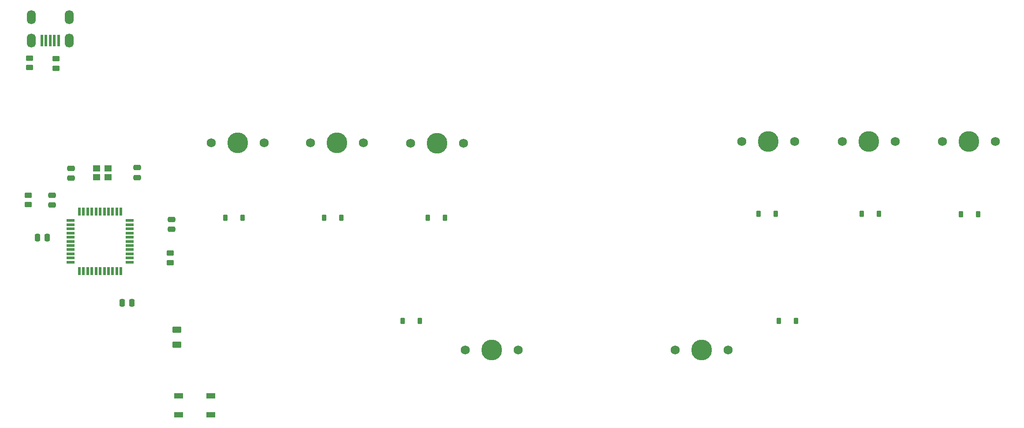
<source format=gts>
%TF.GenerationSoftware,KiCad,Pcbnew,7.0.2*%
%TF.CreationDate,2023-05-03T01:09:28+02:00*%
%TF.ProjectId,PCB GUIDANCE,50434220-4755-4494-9441-4e43452e6b69,rev?*%
%TF.SameCoordinates,Original*%
%TF.FileFunction,Soldermask,Top*%
%TF.FilePolarity,Negative*%
%FSLAX45Y45*%
G04 Gerber Fmt 4.5, Leading zero omitted, Abs format (unit mm)*
G04 Created by KiCad (PCBNEW 7.0.2) date 2023-05-03 01:09:28*
%MOMM*%
%LPD*%
G01*
G04 APERTURE LIST*
G04 Aperture macros list*
%AMRoundRect*
0 Rectangle with rounded corners*
0 $1 Rounding radius*
0 $2 $3 $4 $5 $6 $7 $8 $9 X,Y pos of 4 corners*
0 Add a 4 corners polygon primitive as box body*
4,1,4,$2,$3,$4,$5,$6,$7,$8,$9,$2,$3,0*
0 Add four circle primitives for the rounded corners*
1,1,$1+$1,$2,$3*
1,1,$1+$1,$4,$5*
1,1,$1+$1,$6,$7*
1,1,$1+$1,$8,$9*
0 Add four rect primitives between the rounded corners*
20,1,$1+$1,$2,$3,$4,$5,0*
20,1,$1+$1,$4,$5,$6,$7,0*
20,1,$1+$1,$6,$7,$8,$9,0*
20,1,$1+$1,$8,$9,$2,$3,0*%
G04 Aperture macros list end*
%ADD10RoundRect,0.225000X0.225000X0.375000X-0.225000X0.375000X-0.225000X-0.375000X0.225000X-0.375000X0*%
%ADD11R,1.800000X1.100000*%
%ADD12C,1.750000*%
%ADD13C,3.987800*%
%ADD14RoundRect,0.250000X0.450000X-0.262500X0.450000X0.262500X-0.450000X0.262500X-0.450000X-0.262500X0*%
%ADD15RoundRect,0.225000X-0.225000X-0.375000X0.225000X-0.375000X0.225000X0.375000X-0.225000X0.375000X0*%
%ADD16RoundRect,0.250000X0.625000X-0.375000X0.625000X0.375000X-0.625000X0.375000X-0.625000X-0.375000X0*%
%ADD17R,0.500000X2.250000*%
%ADD18O,1.700000X2.700000*%
%ADD19RoundRect,0.250000X-0.475000X0.250000X-0.475000X-0.250000X0.475000X-0.250000X0.475000X0.250000X0*%
%ADD20RoundRect,0.250000X-0.250000X-0.475000X0.250000X-0.475000X0.250000X0.475000X-0.250000X0.475000X0*%
%ADD21R,1.500000X0.550000*%
%ADD22R,0.550000X1.500000*%
%ADD23R,1.400000X1.200000*%
%ADD24RoundRect,0.250000X0.475000X-0.250000X0.475000X0.250000X-0.475000X0.250000X-0.475000X-0.250000X0*%
G04 APERTURE END LIST*
D10*
%TO.C,D1*%
X9562900Y-10353675D03*
X9232900Y-10353675D03*
%TD*%
D11*
%TO.C,SW1*%
X8332350Y-13772300D03*
X8952350Y-14142300D03*
X8332350Y-14142300D03*
X8952350Y-13772300D03*
%TD*%
D12*
%TO.C,MX4*%
X19145250Y-8893175D03*
D13*
X19653250Y-8893175D03*
D12*
X20161250Y-8893175D03*
%TD*%
D14*
%TO.C,R4*%
X5441950Y-10101200D03*
X5441950Y-9918700D03*
%TD*%
D15*
%TO.C,D5*%
X21450400Y-10274300D03*
X21780400Y-10274300D03*
%TD*%
D16*
%TO.C,F1*%
X8299450Y-12789200D03*
X8299450Y-12509200D03*
%TD*%
D12*
%TO.C,MX2*%
X10868025Y-8918675D03*
D13*
X11376025Y-8918675D03*
D12*
X11884025Y-8918675D03*
%TD*%
D17*
%TO.C,USB1*%
X5707400Y-6952400D03*
X5787400Y-6952400D03*
X5867400Y-6952400D03*
X5947400Y-6952400D03*
X6027400Y-6952400D03*
D18*
X6232400Y-6502400D03*
X5502400Y-6502400D03*
X6232400Y-6952400D03*
X5502400Y-6952400D03*
%TD*%
D12*
%TO.C,MX3*%
X12788900Y-8921750D03*
D13*
X13296900Y-8921750D03*
D12*
X13804900Y-8921750D03*
%TD*%
%TO.C,MX5*%
X21075650Y-8893175D03*
D13*
X21583650Y-8893175D03*
D12*
X22091650Y-8893175D03*
%TD*%
D19*
%TO.C,C5*%
X8197850Y-10388600D03*
X8197850Y-10578600D03*
%TD*%
D14*
%TO.C,R2*%
X5473700Y-7469950D03*
X5473700Y-7287450D03*
%TD*%
D20*
%TO.C,C3*%
X5620250Y-10731500D03*
X5810250Y-10731500D03*
%TD*%
D10*
%TO.C,D4*%
X19796025Y-10274300D03*
X19466025Y-10274300D03*
%TD*%
D21*
%TO.C,U1*%
X7396250Y-11207700D03*
X7396250Y-11127700D03*
X7396250Y-11047700D03*
X7396250Y-10967700D03*
X7396250Y-10887700D03*
X7396250Y-10807700D03*
X7396250Y-10727700D03*
X7396250Y-10647700D03*
X7396250Y-10567700D03*
X7396250Y-10487700D03*
X7396250Y-10407700D03*
D22*
X7226250Y-10237700D03*
X7146250Y-10237700D03*
X7066250Y-10237700D03*
X6986250Y-10237700D03*
X6906250Y-10237700D03*
X6826250Y-10237700D03*
X6746250Y-10237700D03*
X6666250Y-10237700D03*
X6586250Y-10237700D03*
X6506250Y-10237700D03*
X6426250Y-10237700D03*
D21*
X6256250Y-10407700D03*
X6256250Y-10487700D03*
X6256250Y-10567700D03*
X6256250Y-10647700D03*
X6256250Y-10727700D03*
X6256250Y-10807700D03*
X6256250Y-10887700D03*
X6256250Y-10967700D03*
X6256250Y-11047700D03*
X6256250Y-11127700D03*
X6256250Y-11207700D03*
D22*
X6426250Y-11377700D03*
X6506250Y-11377700D03*
X6586250Y-11377700D03*
X6666250Y-11377700D03*
X6746250Y-11377700D03*
X6826250Y-11377700D03*
X6906250Y-11377700D03*
X6986250Y-11377700D03*
X7066250Y-11377700D03*
X7146250Y-11377700D03*
X7226250Y-11377700D03*
%TD*%
D23*
%TO.C,Y1*%
X6758650Y-9575800D03*
X6978650Y-9575800D03*
X6978650Y-9405800D03*
X6758650Y-9405800D03*
%TD*%
D12*
%TO.C,MX7*%
X13836650Y-12893675D03*
D13*
X14344650Y-12893675D03*
D12*
X14852650Y-12893675D03*
%TD*%
D10*
%TO.C,D2*%
X11455400Y-10353675D03*
X11125400Y-10353675D03*
%TD*%
D14*
%TO.C,R3*%
X5975475Y-7484325D03*
X5975475Y-7301825D03*
%TD*%
D20*
%TO.C,C6*%
X7245850Y-11988800D03*
X7435850Y-11988800D03*
%TD*%
D15*
%TO.C,D7*%
X12633525Y-12338050D03*
X12963525Y-12338050D03*
%TD*%
D10*
%TO.C,D3*%
X13446025Y-10353675D03*
X13116025Y-10353675D03*
%TD*%
D15*
%TO.C,D8*%
X19856650Y-12338050D03*
X20186650Y-12338050D03*
%TD*%
D24*
%TO.C,C2*%
X6267450Y-9594600D03*
X6267450Y-9404600D03*
%TD*%
D19*
%TO.C,C1*%
X7537450Y-9391900D03*
X7537450Y-9581900D03*
%TD*%
D14*
%TO.C,R1*%
X8175625Y-11216450D03*
X8175625Y-11033950D03*
%TD*%
D15*
%TO.C,D6*%
X23355400Y-10289125D03*
X23685400Y-10289125D03*
%TD*%
D12*
%TO.C,MX1*%
X8963025Y-8918675D03*
D13*
X9471025Y-8918675D03*
D12*
X9979025Y-8918675D03*
%TD*%
D19*
%TO.C,C4*%
X5899150Y-9919200D03*
X5899150Y-10109200D03*
%TD*%
D12*
%TO.C,MX8*%
X17864900Y-12896800D03*
D13*
X18372900Y-12896800D03*
D12*
X18880900Y-12896800D03*
%TD*%
%TO.C,MX6*%
X22993350Y-8893175D03*
D13*
X23501350Y-8893175D03*
D12*
X24009350Y-8893175D03*
%TD*%
M02*

</source>
